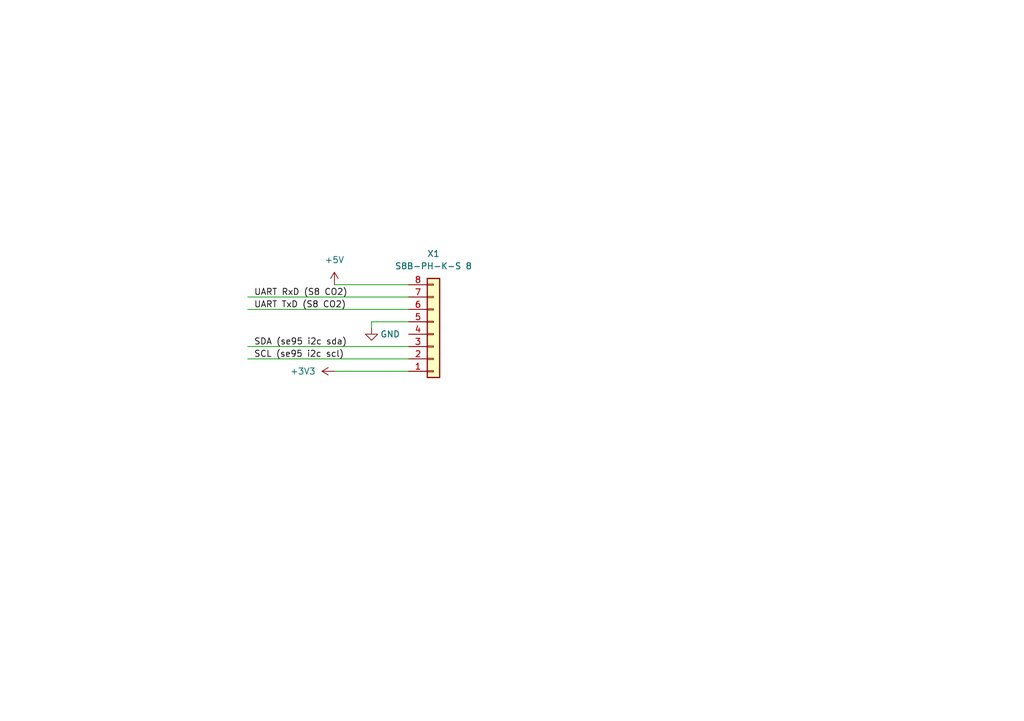
<source format=kicad_sch>
(kicad_sch (version 20211123) (generator eeschema)
  (paper "A5")
  (lib_symbols
    (symbol "Connector_Generic:Conn_01x08" (pin_names (offset 1.016) hide)
      (property "Reference" "J" (at 0 10.16 0))
      (property "Value" "Conn_01x08" (at 0 -12.7 0))
      (symbol "Conn_01x08_1_1"
        (rectangle (start -1.27 -10.033) (end 0 -10.287) (stroke (width 0.1524)))
        (rectangle (start -1.27 -7.493) (end 0 -7.747) (stroke (width 0.1524)))
        (rectangle (start -1.27 -4.953) (end 0 -5.207) (stroke (width 0.1524)))
        (rectangle (start -1.27 -2.413) (end 0 -2.667) (stroke (width 0.1524)))
        (rectangle (start -1.27 0.127) (end 0 -0.127) (stroke (width 0.1524)))
        (rectangle (start -1.27 2.667) (end 0 2.413) (stroke (width 0.1524)))
        (rectangle (start -1.27 5.207) (end 0 4.953) (stroke (width 0.1524)))
        (rectangle (start -1.27 7.747) (end 0 7.493) (stroke (width 0.1524)))
        (rectangle (start -1.27 8.89) (end 1.27 -11.43) (stroke (width 0.254)) (fill (type background)))
        (pin passive line (at -5.08 7.62 0) (length 3.81) (name "Pin_1") (number "1"))
        (pin passive line (at -5.08 5.08 0) (length 3.81) (name "Pin_2") (number "2"))
        (pin passive line (at -5.08 2.54 0) (length 3.81) (name "Pin_3") (number "3"))
        (pin passive line (at -5.08 0 0) (length 3.81) (name "Pin_4") (number "4"))
        (pin passive line (at -5.08 -2.54 0) (length 3.81) (name "Pin_5") (number "5"))
        (pin passive line (at -5.08 -5.08 0) (length 3.81) (name "Pin_6") (number "6"))
        (pin passive line (at -5.08 -7.62 0) (length 3.81) (name "Pin_7") (number "7"))
        (pin passive line (at -5.08 -10.16 0) (length 3.81) (name "Pin_8") (number "8"))
      )
    )
    (symbol "power:+3.3V" (power) (pin_names (offset 0))
      (property "Value" "+3.3V" (at 0 3.556 0))
      (symbol "+3.3V_0_1"
        (polyline (pts (xy -0.762 1.27) (xy 0 2.54)))
        (polyline (pts (xy 0 0) (xy 0 2.54)))
        (polyline (pts (xy 0 2.54) (xy 0.762 1.27)))
      )
      (symbol "+3.3V_1_1"
        (pin power_in line (at 0 0 90) (length 0) hide (name "+3V3") (number "1"))
      )
    )
    (symbol "power:+5V" (power) (pin_names (offset 0))
      (property "Value" "+5V" (at 0 3.556 0))
      (symbol "+5V_0_1"
        (polyline (pts (xy -0.762 1.27) (xy 0 2.54)))
        (polyline (pts (xy 0 0) (xy 0 2.54)))
        (polyline (pts (xy 0 2.54) (xy 0.762 1.27)))
      )
      (symbol "+5V_1_1"
        (pin power_in line (at 0 0 90) (length 0) hide (name "+5V") (number "1"))
      )
    )
    (symbol "power:GND" (power) (pin_names (offset 0))
      (property "Value" "GND" (at 0 -3.81 0))
      (symbol "GND_0_1"
        (polyline (pts (xy 0 0) (xy 0 -1.27) (xy 1.27 -1.27) (xy 0 -2.54) (xy -1.27 -1.27) (xy 0 -1.27)))
      )
      (symbol "GND_1_1"
        (pin power_in line (at 0 0 270) (length 0) hide (name "GND") (number "1"))
      )
    )
  )
  (wire (pts (xy 50.8 73.66) (xy 83.82 73.66)))
  (wire (pts (xy 50.8 60.96) (xy 83.82 60.96)))
  (wire (pts (xy 76.2 66.04) (xy 83.82 66.04)))
  (wire (pts (xy 83.82 76.2) (xy 68.58 76.2)))
  (wire (pts (xy 68.58 58.42) (xy 83.82 58.42)))
  (wire (pts (xy 50.8 71.12) (xy 83.82 71.12)))
  (wire (pts (xy 76.2 67.31) (xy 76.2 66.04)))
  (wire (pts (xy 50.8 63.5) (xy 83.82 63.5)))
  (label "SCL (se95 i2c scl)" (at 52.07 73.66 0))
  (label "UART RxD (S8 CO2)" (at 52.07 60.96 0))
  (label "SDA (se95 i2c sda)" (at 52.07 71.12 0))
  (label "UART TxD (S8 CO2)" (at 52.07 63.5 0))
  (symbol (lib_id "power:+5V") (at 68.58 58.42 0) (unit 1)
    (property "Reference" "#PWR?" (effects hide))
    (property "Value" "+5V" (at 68.58 53.34 0))
  )
  (symbol (lib_id "Connector_Generic:Conn_01x08") (at 88.9 68.58 0) (mirror x) (unit 1)
    (property "Reference" "X1" (at 88.9 52.07 0))
    (property "Value" "S8B-PH-K-S 8" (at 88.9 54.61 0))
  )
  (symbol (lib_id "power:GND") (at 76.2 67.31 0) (unit 1)
    (property "Reference" "#PWR0101" (effects hide))
    (property "Value" "GND" (at 80.01 68.58 0))
  )
  (symbol (lib_id "power:+3.3V") (at 68.58 76.2 90) (unit 1)
    (property "Reference" "#PWR?" (effects hide))
    (property "Value" "+3.3V" (at 64.77 76.1999 90) (effects (justify left)))
  )
)
</source>
